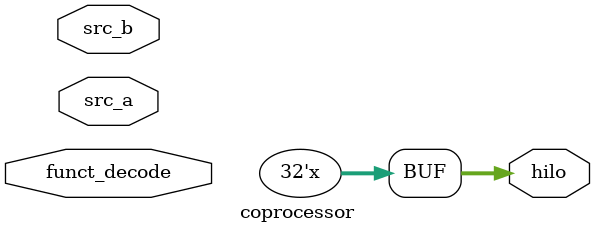
<source format=sv>

`include "definitions.sv"

module coprocessor (
    input logic [31:0] src_a, src_b, // Source operands (rs -> src_a, rt -> src_b)
    input logic [5:0] funct_decode, // Function code from the instruction
    output logic [31:0] hilo // Output for HI/LO register values
);
    logic [31:0] hi, lo; // HI and LO registers

    always_comb begin
        case (funct_decode)
            6'b011000: {hi, lo} = src_a * src_b; // MULT: Multiply src_a and src_b
            6'b011010: begin // DIV: Divide src_a by src_b
                lo = src_a / src_b; // LO gets the quotient
                hi = src_a % src_b; // HI gets the remainder
            end
            6'b010000: hilo = hi; // MFHI: Move from HI register
            6'b010010: hilo = lo; // MFLO: Move from LO register
            default: hilo = 32'bx; // Undefined operation
        endcase
    end
endmodule


</source>
